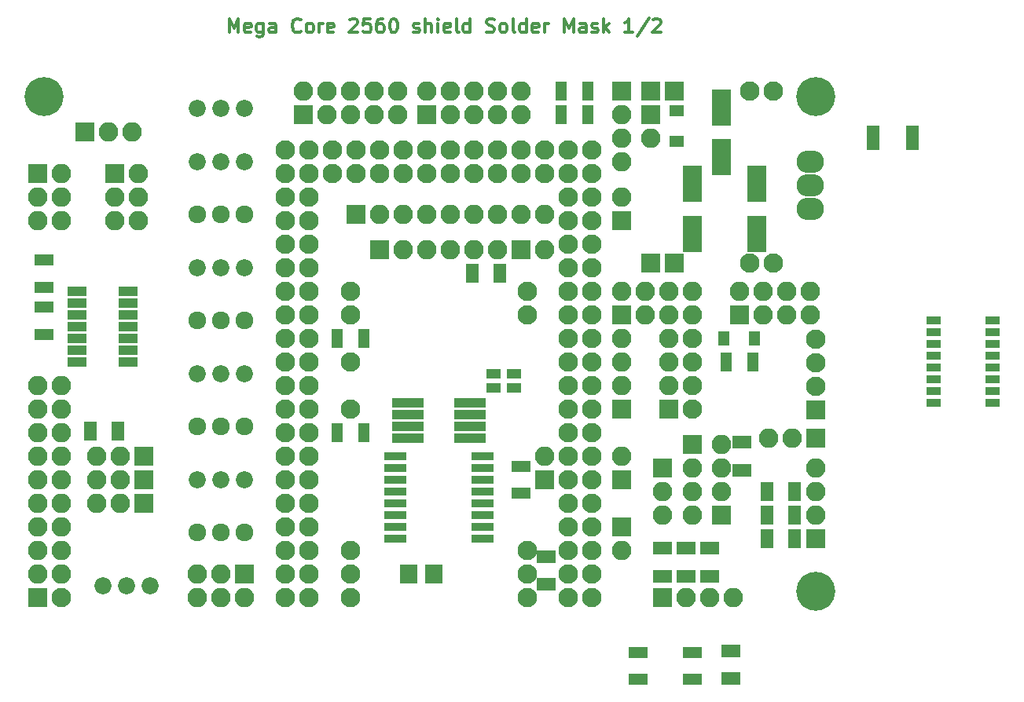
<source format=gbr>
G04 #@! TF.FileFunction,Soldermask,Top*
%FSLAX46Y46*%
G04 Gerber Fmt 4.6, Leading zero omitted, Abs format (unit mm)*
G04 Created by KiCad (PCBNEW 4.0.6) date 08/21/17 14:47:51*
%MOMM*%
%LPD*%
G01*
G04 APERTURE LIST*
%ADD10C,0.100000*%
%ADD11C,0.300000*%
%ADD12R,1.543000X0.908000*%
%ADD13C,2.100000*%
%ADD14R,2.100000X1.300000*%
%ADD15R,3.400000X1.050000*%
%ADD16R,2.100000X2.100000*%
%ADD17O,2.100000X2.100000*%
%ADD18R,2.000000X1.400000*%
%ADD19O,2.940000X2.432000*%
%ADD20R,1.997660X1.098500*%
%ADD21R,1.400000X2.000000*%
%ADD22C,1.840000*%
%ADD23C,4.200000*%
%ADD24C,1.924000*%
%ADD25R,1.300000X1.600000*%
%ADD26R,1.300000X2.100000*%
%ADD27R,1.600000X1.300000*%
%ADD28R,2.000000X3.900000*%
%ADD29R,2.380000X0.930000*%
%ADD30R,1.500000X1.000000*%
%ADD31R,1.900000X0.800000*%
%ADD32R,1.440000X0.780000*%
G04 APERTURE END LIST*
D10*
D11*
X163318236Y-58113051D02*
X163318236Y-56613051D01*
X163818236Y-57684480D01*
X164318236Y-56613051D01*
X164318236Y-58113051D01*
X165603950Y-58041623D02*
X165461093Y-58113051D01*
X165175379Y-58113051D01*
X165032522Y-58041623D01*
X164961093Y-57898766D01*
X164961093Y-57327337D01*
X165032522Y-57184480D01*
X165175379Y-57113051D01*
X165461093Y-57113051D01*
X165603950Y-57184480D01*
X165675379Y-57327337D01*
X165675379Y-57470194D01*
X164961093Y-57613051D01*
X166961093Y-57113051D02*
X166961093Y-58327337D01*
X166889664Y-58470194D01*
X166818236Y-58541623D01*
X166675379Y-58613051D01*
X166461093Y-58613051D01*
X166318236Y-58541623D01*
X166961093Y-58041623D02*
X166818236Y-58113051D01*
X166532522Y-58113051D01*
X166389664Y-58041623D01*
X166318236Y-57970194D01*
X166246807Y-57827337D01*
X166246807Y-57398766D01*
X166318236Y-57255909D01*
X166389664Y-57184480D01*
X166532522Y-57113051D01*
X166818236Y-57113051D01*
X166961093Y-57184480D01*
X168318236Y-58113051D02*
X168318236Y-57327337D01*
X168246807Y-57184480D01*
X168103950Y-57113051D01*
X167818236Y-57113051D01*
X167675379Y-57184480D01*
X168318236Y-58041623D02*
X168175379Y-58113051D01*
X167818236Y-58113051D01*
X167675379Y-58041623D01*
X167603950Y-57898766D01*
X167603950Y-57755909D01*
X167675379Y-57613051D01*
X167818236Y-57541623D01*
X168175379Y-57541623D01*
X168318236Y-57470194D01*
X171032522Y-57970194D02*
X170961093Y-58041623D01*
X170746807Y-58113051D01*
X170603950Y-58113051D01*
X170389665Y-58041623D01*
X170246807Y-57898766D01*
X170175379Y-57755909D01*
X170103950Y-57470194D01*
X170103950Y-57255909D01*
X170175379Y-56970194D01*
X170246807Y-56827337D01*
X170389665Y-56684480D01*
X170603950Y-56613051D01*
X170746807Y-56613051D01*
X170961093Y-56684480D01*
X171032522Y-56755909D01*
X171889665Y-58113051D02*
X171746807Y-58041623D01*
X171675379Y-57970194D01*
X171603950Y-57827337D01*
X171603950Y-57398766D01*
X171675379Y-57255909D01*
X171746807Y-57184480D01*
X171889665Y-57113051D01*
X172103950Y-57113051D01*
X172246807Y-57184480D01*
X172318236Y-57255909D01*
X172389665Y-57398766D01*
X172389665Y-57827337D01*
X172318236Y-57970194D01*
X172246807Y-58041623D01*
X172103950Y-58113051D01*
X171889665Y-58113051D01*
X173032522Y-58113051D02*
X173032522Y-57113051D01*
X173032522Y-57398766D02*
X173103950Y-57255909D01*
X173175379Y-57184480D01*
X173318236Y-57113051D01*
X173461093Y-57113051D01*
X174532521Y-58041623D02*
X174389664Y-58113051D01*
X174103950Y-58113051D01*
X173961093Y-58041623D01*
X173889664Y-57898766D01*
X173889664Y-57327337D01*
X173961093Y-57184480D01*
X174103950Y-57113051D01*
X174389664Y-57113051D01*
X174532521Y-57184480D01*
X174603950Y-57327337D01*
X174603950Y-57470194D01*
X173889664Y-57613051D01*
X176318235Y-56755909D02*
X176389664Y-56684480D01*
X176532521Y-56613051D01*
X176889664Y-56613051D01*
X177032521Y-56684480D01*
X177103950Y-56755909D01*
X177175378Y-56898766D01*
X177175378Y-57041623D01*
X177103950Y-57255909D01*
X176246807Y-58113051D01*
X177175378Y-58113051D01*
X178532521Y-56613051D02*
X177818235Y-56613051D01*
X177746806Y-57327337D01*
X177818235Y-57255909D01*
X177961092Y-57184480D01*
X178318235Y-57184480D01*
X178461092Y-57255909D01*
X178532521Y-57327337D01*
X178603949Y-57470194D01*
X178603949Y-57827337D01*
X178532521Y-57970194D01*
X178461092Y-58041623D01*
X178318235Y-58113051D01*
X177961092Y-58113051D01*
X177818235Y-58041623D01*
X177746806Y-57970194D01*
X179889663Y-56613051D02*
X179603949Y-56613051D01*
X179461092Y-56684480D01*
X179389663Y-56755909D01*
X179246806Y-56970194D01*
X179175377Y-57255909D01*
X179175377Y-57827337D01*
X179246806Y-57970194D01*
X179318234Y-58041623D01*
X179461092Y-58113051D01*
X179746806Y-58113051D01*
X179889663Y-58041623D01*
X179961092Y-57970194D01*
X180032520Y-57827337D01*
X180032520Y-57470194D01*
X179961092Y-57327337D01*
X179889663Y-57255909D01*
X179746806Y-57184480D01*
X179461092Y-57184480D01*
X179318234Y-57255909D01*
X179246806Y-57327337D01*
X179175377Y-57470194D01*
X180961091Y-56613051D02*
X181103948Y-56613051D01*
X181246805Y-56684480D01*
X181318234Y-56755909D01*
X181389663Y-56898766D01*
X181461091Y-57184480D01*
X181461091Y-57541623D01*
X181389663Y-57827337D01*
X181318234Y-57970194D01*
X181246805Y-58041623D01*
X181103948Y-58113051D01*
X180961091Y-58113051D01*
X180818234Y-58041623D01*
X180746805Y-57970194D01*
X180675377Y-57827337D01*
X180603948Y-57541623D01*
X180603948Y-57184480D01*
X180675377Y-56898766D01*
X180746805Y-56755909D01*
X180818234Y-56684480D01*
X180961091Y-56613051D01*
X183175376Y-58041623D02*
X183318233Y-58113051D01*
X183603948Y-58113051D01*
X183746805Y-58041623D01*
X183818233Y-57898766D01*
X183818233Y-57827337D01*
X183746805Y-57684480D01*
X183603948Y-57613051D01*
X183389662Y-57613051D01*
X183246805Y-57541623D01*
X183175376Y-57398766D01*
X183175376Y-57327337D01*
X183246805Y-57184480D01*
X183389662Y-57113051D01*
X183603948Y-57113051D01*
X183746805Y-57184480D01*
X184461091Y-58113051D02*
X184461091Y-56613051D01*
X185103948Y-58113051D02*
X185103948Y-57327337D01*
X185032519Y-57184480D01*
X184889662Y-57113051D01*
X184675377Y-57113051D01*
X184532519Y-57184480D01*
X184461091Y-57255909D01*
X185818234Y-58113051D02*
X185818234Y-57113051D01*
X185818234Y-56613051D02*
X185746805Y-56684480D01*
X185818234Y-56755909D01*
X185889662Y-56684480D01*
X185818234Y-56613051D01*
X185818234Y-56755909D01*
X187103948Y-58041623D02*
X186961091Y-58113051D01*
X186675377Y-58113051D01*
X186532520Y-58041623D01*
X186461091Y-57898766D01*
X186461091Y-57327337D01*
X186532520Y-57184480D01*
X186675377Y-57113051D01*
X186961091Y-57113051D01*
X187103948Y-57184480D01*
X187175377Y-57327337D01*
X187175377Y-57470194D01*
X186461091Y-57613051D01*
X188032520Y-58113051D02*
X187889662Y-58041623D01*
X187818234Y-57898766D01*
X187818234Y-56613051D01*
X189246805Y-58113051D02*
X189246805Y-56613051D01*
X189246805Y-58041623D02*
X189103948Y-58113051D01*
X188818234Y-58113051D01*
X188675376Y-58041623D01*
X188603948Y-57970194D01*
X188532519Y-57827337D01*
X188532519Y-57398766D01*
X188603948Y-57255909D01*
X188675376Y-57184480D01*
X188818234Y-57113051D01*
X189103948Y-57113051D01*
X189246805Y-57184480D01*
X191032519Y-58041623D02*
X191246805Y-58113051D01*
X191603948Y-58113051D01*
X191746805Y-58041623D01*
X191818234Y-57970194D01*
X191889662Y-57827337D01*
X191889662Y-57684480D01*
X191818234Y-57541623D01*
X191746805Y-57470194D01*
X191603948Y-57398766D01*
X191318234Y-57327337D01*
X191175376Y-57255909D01*
X191103948Y-57184480D01*
X191032519Y-57041623D01*
X191032519Y-56898766D01*
X191103948Y-56755909D01*
X191175376Y-56684480D01*
X191318234Y-56613051D01*
X191675376Y-56613051D01*
X191889662Y-56684480D01*
X192746805Y-58113051D02*
X192603947Y-58041623D01*
X192532519Y-57970194D01*
X192461090Y-57827337D01*
X192461090Y-57398766D01*
X192532519Y-57255909D01*
X192603947Y-57184480D01*
X192746805Y-57113051D01*
X192961090Y-57113051D01*
X193103947Y-57184480D01*
X193175376Y-57255909D01*
X193246805Y-57398766D01*
X193246805Y-57827337D01*
X193175376Y-57970194D01*
X193103947Y-58041623D01*
X192961090Y-58113051D01*
X192746805Y-58113051D01*
X194103948Y-58113051D02*
X193961090Y-58041623D01*
X193889662Y-57898766D01*
X193889662Y-56613051D01*
X195318233Y-58113051D02*
X195318233Y-56613051D01*
X195318233Y-58041623D02*
X195175376Y-58113051D01*
X194889662Y-58113051D01*
X194746804Y-58041623D01*
X194675376Y-57970194D01*
X194603947Y-57827337D01*
X194603947Y-57398766D01*
X194675376Y-57255909D01*
X194746804Y-57184480D01*
X194889662Y-57113051D01*
X195175376Y-57113051D01*
X195318233Y-57184480D01*
X196603947Y-58041623D02*
X196461090Y-58113051D01*
X196175376Y-58113051D01*
X196032519Y-58041623D01*
X195961090Y-57898766D01*
X195961090Y-57327337D01*
X196032519Y-57184480D01*
X196175376Y-57113051D01*
X196461090Y-57113051D01*
X196603947Y-57184480D01*
X196675376Y-57327337D01*
X196675376Y-57470194D01*
X195961090Y-57613051D01*
X197318233Y-58113051D02*
X197318233Y-57113051D01*
X197318233Y-57398766D02*
X197389661Y-57255909D01*
X197461090Y-57184480D01*
X197603947Y-57113051D01*
X197746804Y-57113051D01*
X199389661Y-58113051D02*
X199389661Y-56613051D01*
X199889661Y-57684480D01*
X200389661Y-56613051D01*
X200389661Y-58113051D01*
X201746804Y-58113051D02*
X201746804Y-57327337D01*
X201675375Y-57184480D01*
X201532518Y-57113051D01*
X201246804Y-57113051D01*
X201103947Y-57184480D01*
X201746804Y-58041623D02*
X201603947Y-58113051D01*
X201246804Y-58113051D01*
X201103947Y-58041623D01*
X201032518Y-57898766D01*
X201032518Y-57755909D01*
X201103947Y-57613051D01*
X201246804Y-57541623D01*
X201603947Y-57541623D01*
X201746804Y-57470194D01*
X202389661Y-58041623D02*
X202532518Y-58113051D01*
X202818233Y-58113051D01*
X202961090Y-58041623D01*
X203032518Y-57898766D01*
X203032518Y-57827337D01*
X202961090Y-57684480D01*
X202818233Y-57613051D01*
X202603947Y-57613051D01*
X202461090Y-57541623D01*
X202389661Y-57398766D01*
X202389661Y-57327337D01*
X202461090Y-57184480D01*
X202603947Y-57113051D01*
X202818233Y-57113051D01*
X202961090Y-57184480D01*
X203675376Y-58113051D02*
X203675376Y-56613051D01*
X203818233Y-57541623D02*
X204246804Y-58113051D01*
X204246804Y-57113051D02*
X203675376Y-57684480D01*
X206818233Y-58113051D02*
X205961090Y-58113051D01*
X206389662Y-58113051D02*
X206389662Y-56613051D01*
X206246805Y-56827337D01*
X206103947Y-56970194D01*
X205961090Y-57041623D01*
X208532518Y-56541623D02*
X207246804Y-58470194D01*
X208961090Y-56755909D02*
X209032519Y-56684480D01*
X209175376Y-56613051D01*
X209532519Y-56613051D01*
X209675376Y-56684480D01*
X209746805Y-56755909D01*
X209818233Y-56898766D01*
X209818233Y-57041623D01*
X209746805Y-57255909D01*
X208889662Y-58113051D01*
X209818233Y-58113051D01*
D12*
X245587520Y-89184480D03*
X245587520Y-91724480D03*
X245587520Y-92994480D03*
X245587520Y-94264480D03*
X245587520Y-95534480D03*
X245587520Y-96804480D03*
X245587520Y-98074480D03*
X239237520Y-98074480D03*
X239237520Y-96804480D03*
X239237520Y-95534480D03*
X239237520Y-94264480D03*
X239237520Y-92994480D03*
X239237520Y-91724480D03*
X239237520Y-90454480D03*
X239237520Y-89184480D03*
X245587520Y-90454480D03*
D13*
X195422520Y-86009480D03*
X195422520Y-88549480D03*
X176372520Y-86009480D03*
X176372520Y-88549480D03*
X176372520Y-93629480D03*
X176372520Y-98709480D03*
X176372520Y-113949480D03*
X176372520Y-116489480D03*
X176372520Y-119029480D03*
X195422520Y-119029480D03*
X195422520Y-116489480D03*
X195422520Y-113949480D03*
D14*
X194787520Y-104879480D03*
X194787520Y-107779480D03*
D15*
X189247520Y-98074480D03*
X189247520Y-99344480D03*
X189247520Y-100614480D03*
X189247520Y-101884480D03*
X182547520Y-101884480D03*
X182547520Y-100614480D03*
X182547520Y-99344480D03*
X182547520Y-98074480D03*
D16*
X197327520Y-106329480D03*
D17*
X197327520Y-103789480D03*
D13*
X187167520Y-73309480D03*
X189707520Y-73309480D03*
X192247520Y-73309480D03*
X194787520Y-73309480D03*
X197327520Y-73309480D03*
X184627520Y-73309480D03*
X182087520Y-73309480D03*
X179547520Y-73309480D03*
X177007520Y-73309480D03*
X174467520Y-73309480D03*
X197327520Y-70769480D03*
X194787520Y-70769480D03*
X192247520Y-70769480D03*
X189707520Y-70769480D03*
X187167520Y-70769480D03*
X184627520Y-70769480D03*
X182087520Y-70769480D03*
X179547520Y-70769480D03*
X177007520Y-70769480D03*
X174467520Y-70769480D03*
X199867520Y-70769480D03*
X199867520Y-73309480D03*
X199867520Y-75849480D03*
X199867520Y-78389480D03*
X199867520Y-80929480D03*
X199867520Y-83469480D03*
X199867520Y-86009480D03*
X199867520Y-88549480D03*
X199867520Y-91089480D03*
X199867520Y-93629480D03*
X199867520Y-96169480D03*
X199867520Y-98709480D03*
X199867520Y-101249480D03*
X199867520Y-103789480D03*
X199867520Y-106329480D03*
X199867520Y-108869480D03*
X199867520Y-111409480D03*
X199867520Y-113949480D03*
X199867520Y-116489480D03*
X199867520Y-119029480D03*
X202407520Y-70769480D03*
X202407520Y-73309480D03*
X202407520Y-75849480D03*
X202407520Y-78389480D03*
X202407520Y-80929480D03*
X202407520Y-83469480D03*
X202407520Y-86009480D03*
X202407520Y-88549480D03*
X202407520Y-91089480D03*
X202407520Y-93629480D03*
X202407520Y-96169480D03*
X202407520Y-98709480D03*
X202407520Y-101249480D03*
X202407520Y-103789480D03*
X202407520Y-106329480D03*
X202407520Y-108869480D03*
X202407520Y-111409480D03*
X202407520Y-113949480D03*
X202407520Y-116489480D03*
X202407520Y-119029480D03*
X171927520Y-70769480D03*
X171927520Y-73309480D03*
X171927520Y-75849480D03*
X171927520Y-78389480D03*
X171927520Y-80929480D03*
X171927520Y-83469480D03*
X171927520Y-86009480D03*
X171927520Y-88549480D03*
X171927520Y-91089480D03*
X171927520Y-93629480D03*
X171927520Y-96169480D03*
X171927520Y-98709480D03*
X171927520Y-101249480D03*
X171927520Y-103789480D03*
X171927520Y-106329480D03*
X171927520Y-108869480D03*
X171927520Y-111409480D03*
X171927520Y-113949480D03*
X171927520Y-116489480D03*
X171927520Y-119029480D03*
X169387520Y-119029480D03*
X169387520Y-116489480D03*
X169387520Y-113949480D03*
X169387520Y-111409480D03*
X169387520Y-108869480D03*
X169387520Y-106329480D03*
X169387520Y-103789480D03*
X169387520Y-101249480D03*
X169387520Y-98709480D03*
X169387520Y-96169480D03*
X169387520Y-93629480D03*
X169387520Y-91089480D03*
X169387520Y-88549480D03*
X169387520Y-86009480D03*
X169387520Y-83469480D03*
X169387520Y-80929480D03*
X169387520Y-78389480D03*
X169387520Y-75849480D03*
X169387520Y-73309480D03*
X169387520Y-70769480D03*
D18*
X197454520Y-114608480D03*
X197454520Y-117608480D03*
D16*
X154147520Y-108869480D03*
D17*
X151607520Y-108869480D03*
X149067520Y-108869480D03*
D16*
X154147520Y-103789480D03*
D17*
X151607520Y-103789480D03*
X149067520Y-103789480D03*
D16*
X154147520Y-106329480D03*
D17*
X151607520Y-106329480D03*
X149067520Y-106329480D03*
D19*
X225902520Y-74579480D03*
X225902520Y-77119480D03*
X225902520Y-72039480D03*
D16*
X150972520Y-73309480D03*
D17*
X153512520Y-73309480D03*
X150972520Y-75849480D03*
X153512520Y-75849480D03*
X150972520Y-78389480D03*
X153512520Y-78389480D03*
D16*
X142717520Y-73309480D03*
D17*
X145257520Y-73309480D03*
X142717520Y-75849480D03*
X145257520Y-75849480D03*
X142717520Y-78389480D03*
X145257520Y-78389480D03*
D20*
X146954240Y-86012020D03*
X146954240Y-87282020D03*
X146954240Y-88552020D03*
X146954240Y-89819480D03*
X146954240Y-91086940D03*
X146954240Y-92356940D03*
X146954240Y-93626940D03*
X152450800Y-93626940D03*
X152450800Y-92356940D03*
X152450800Y-91086940D03*
X152450800Y-89819480D03*
X152450800Y-88552020D03*
X152450800Y-87282020D03*
X152450800Y-86012020D03*
D16*
X205582520Y-78389480D03*
D17*
X205582520Y-75849480D03*
D16*
X226537520Y-112679480D03*
D17*
X226537520Y-110139480D03*
X226537520Y-107599480D03*
X226537520Y-105059480D03*
D16*
X205582520Y-88549480D03*
D17*
X205582520Y-86009480D03*
X208122520Y-88549480D03*
X208122520Y-86009480D03*
X210662520Y-88549480D03*
X210662520Y-86009480D03*
X213202520Y-88549480D03*
X213202520Y-86009480D03*
D16*
X208757520Y-64419480D03*
X208767520Y-82961480D03*
X211297520Y-64419480D03*
X211297520Y-82961480D03*
D13*
X219425520Y-64419480D03*
X219425520Y-82961480D03*
X221965520Y-64419480D03*
X221965520Y-82961480D03*
D16*
X210662520Y-98709480D03*
D17*
X210662520Y-96169480D03*
X210662520Y-93629480D03*
X210662520Y-91089480D03*
D21*
X151329520Y-101122480D03*
X148329520Y-101122480D03*
D22*
X159862520Y-66324480D03*
X162402520Y-66324480D03*
X164942520Y-66324480D03*
X149702520Y-117759480D03*
X152242520Y-117759480D03*
X154782520Y-117759480D03*
D16*
X210027520Y-105059480D03*
D17*
X210027520Y-107599480D03*
X210027520Y-110139480D03*
D23*
X143352520Y-65054480D03*
X226537520Y-118394480D03*
X226537520Y-65054480D03*
D16*
X194787520Y-81564480D03*
D17*
X197327520Y-81564480D03*
D22*
X159862520Y-106329480D03*
X162402520Y-106329480D03*
X164942520Y-106329480D03*
D16*
X142717520Y-119029480D03*
D17*
X145257520Y-116489480D03*
X142717520Y-116489480D03*
X145257520Y-113949480D03*
X142717520Y-113949480D03*
X145257520Y-111409480D03*
X142717520Y-111409480D03*
X145257520Y-108869480D03*
X142717520Y-108869480D03*
X145257520Y-106329480D03*
X142717520Y-106329480D03*
X145257520Y-103789480D03*
X142717520Y-103789480D03*
X145257520Y-101249480D03*
X142717520Y-101249480D03*
X145257520Y-98709480D03*
X142717520Y-98709480D03*
X145257520Y-96169480D03*
X142717520Y-96169480D03*
D13*
X145257520Y-119029480D03*
D22*
X159862520Y-72039480D03*
X162402520Y-72039480D03*
X164942520Y-72039480D03*
D24*
X162402520Y-100614480D03*
X164942520Y-100614480D03*
X159862520Y-100614480D03*
D16*
X213202520Y-102519480D03*
D17*
X213202520Y-105059480D03*
X213202520Y-107599480D03*
X213202520Y-110139480D03*
D16*
X205582520Y-98709480D03*
D17*
X205582520Y-96169480D03*
X205582520Y-93629480D03*
X205582520Y-91089480D03*
D16*
X171292520Y-66959480D03*
D17*
X171292520Y-64419480D03*
X173832520Y-66959480D03*
X173832520Y-64419480D03*
X176372520Y-66959480D03*
X176372520Y-64419480D03*
X178912520Y-66959480D03*
X178912520Y-64419480D03*
X181452520Y-66959480D03*
X181452520Y-64419480D03*
D16*
X184627520Y-66959480D03*
D17*
X184627520Y-64419480D03*
X187167520Y-66959480D03*
X187167520Y-64419480D03*
X189707520Y-66959480D03*
X189707520Y-64419480D03*
X192247520Y-66959480D03*
X192247520Y-64419480D03*
X194787520Y-66959480D03*
X194787520Y-64419480D03*
D24*
X162402520Y-112044480D03*
X164942520Y-112044480D03*
X159862520Y-112044480D03*
D18*
X215107520Y-116719480D03*
X215107520Y-113719480D03*
D21*
X224227520Y-107599480D03*
X221227520Y-107599480D03*
X224227520Y-110139480D03*
X221227520Y-110139480D03*
X224227520Y-112679480D03*
X221227520Y-112679480D03*
D18*
X212567520Y-116719480D03*
X212567520Y-113719480D03*
X210027520Y-116719480D03*
X210027520Y-113719480D03*
D21*
X192477520Y-84104480D03*
X189477520Y-84104480D03*
D18*
X218536520Y-102289480D03*
X218536520Y-105289480D03*
D25*
X219932520Y-91089480D03*
X216632520Y-91089480D03*
D26*
X201952520Y-64419480D03*
X199052520Y-64419480D03*
X201952520Y-66959480D03*
X199052520Y-66959480D03*
D14*
X207360520Y-127845480D03*
X207360520Y-124945480D03*
X213202520Y-127845480D03*
X213202520Y-124945480D03*
D26*
X177822520Y-101249480D03*
X174922520Y-101249480D03*
X177822520Y-91089480D03*
X174922520Y-91089480D03*
D14*
X143352520Y-90634480D03*
X143352520Y-87734480D03*
X143352520Y-85554480D03*
X143352520Y-82654480D03*
D24*
X162402520Y-77754480D03*
X164942520Y-77754480D03*
X159862520Y-77754480D03*
X162402520Y-89184480D03*
X164942520Y-89184480D03*
X159862520Y-89184480D03*
D16*
X147797520Y-68864480D03*
D17*
X150337520Y-68864480D03*
X152877520Y-68864480D03*
D26*
X216832520Y-93629480D03*
X219732520Y-93629480D03*
D16*
X205582520Y-106329480D03*
D17*
X205582520Y-103789480D03*
D16*
X216377520Y-110139480D03*
D17*
X216377520Y-107599480D03*
X216377520Y-105059480D03*
X216377520Y-102519480D03*
D16*
X205582520Y-111409480D03*
D17*
X205582520Y-113949480D03*
D16*
X179547520Y-81564480D03*
D17*
X182087520Y-81564480D03*
X184627520Y-81564480D03*
X187167520Y-81564480D03*
X189707520Y-81564480D03*
X192247520Y-81564480D03*
D16*
X164942520Y-116489480D03*
D17*
X164942520Y-119029480D03*
X162402520Y-116489480D03*
X162402520Y-119029480D03*
X159862520Y-116489480D03*
X159862520Y-119029480D03*
D16*
X208757520Y-66959480D03*
D17*
X208757520Y-69499480D03*
D16*
X205582520Y-64419480D03*
D17*
X205582520Y-66959480D03*
X205582520Y-69499480D03*
X205582520Y-72039480D03*
D16*
X226537520Y-101884480D03*
D17*
X223997520Y-101884480D03*
X221457520Y-101884480D03*
D16*
X210027520Y-119029480D03*
D17*
X212567520Y-119029480D03*
X215107520Y-119029480D03*
X217647520Y-119029480D03*
D27*
X211551520Y-66579480D03*
X211551520Y-69879480D03*
D16*
X218282520Y-88549480D03*
D17*
X218282520Y-86009480D03*
X220822520Y-88549480D03*
X220822520Y-86009480D03*
X223362520Y-88549480D03*
X223362520Y-86009480D03*
X225902520Y-88549480D03*
X225902520Y-86009480D03*
D28*
X216377520Y-71564480D03*
X216377520Y-66164480D03*
D22*
X159862520Y-83469480D03*
X162402520Y-83469480D03*
X164942520Y-83469480D03*
X159862520Y-94899480D03*
X162402520Y-94899480D03*
X164942520Y-94899480D03*
D18*
X217393520Y-124768480D03*
X217393520Y-127768480D03*
D28*
X220187520Y-79819480D03*
X220187520Y-74419480D03*
X213202520Y-74419480D03*
X213202520Y-79819480D03*
D16*
X177007520Y-77754480D03*
D17*
X179547520Y-77754480D03*
X182087520Y-77754480D03*
X184627520Y-77754480D03*
X187167520Y-77754480D03*
X189707520Y-77754480D03*
X192247520Y-77754480D03*
X194787520Y-77754480D03*
X197327520Y-77754480D03*
D13*
X226537520Y-91152980D03*
X226537520Y-93692980D03*
X226537520Y-96232980D03*
D16*
X226537520Y-98772980D03*
D13*
X213202520Y-91102180D03*
X213202520Y-93642180D03*
X213202520Y-96182180D03*
X213202520Y-98722180D03*
X213202520Y-98722180D03*
X213202520Y-96182180D03*
X213202520Y-93642180D03*
X213202520Y-91102180D03*
D29*
X181212520Y-103789480D03*
X181212520Y-105059480D03*
X181212520Y-106329480D03*
X181212520Y-107599480D03*
X181212520Y-108869480D03*
X181212520Y-110139480D03*
X181212520Y-111409480D03*
X181212520Y-112679480D03*
X190582520Y-112679480D03*
X190582520Y-111409480D03*
X190582520Y-110139480D03*
X190582520Y-108869480D03*
X190582520Y-107599480D03*
X190582520Y-106329480D03*
X190582520Y-105059480D03*
X190582520Y-103789480D03*
D30*
X193982520Y-96423480D03*
X191782520Y-96423480D03*
X191782520Y-94899480D03*
X193982520Y-94899480D03*
D31*
X182662520Y-115839480D03*
X182662520Y-116489480D03*
X182662520Y-117139480D03*
X185322520Y-117139480D03*
X185322520Y-116489480D03*
X185322520Y-115839480D03*
D32*
X236912520Y-68524480D03*
X236912520Y-69174480D03*
X236912520Y-69824480D03*
X236912520Y-70474480D03*
X232672520Y-70474480D03*
X232672520Y-69824480D03*
X232672520Y-69174480D03*
X232672520Y-68524480D03*
M02*

</source>
